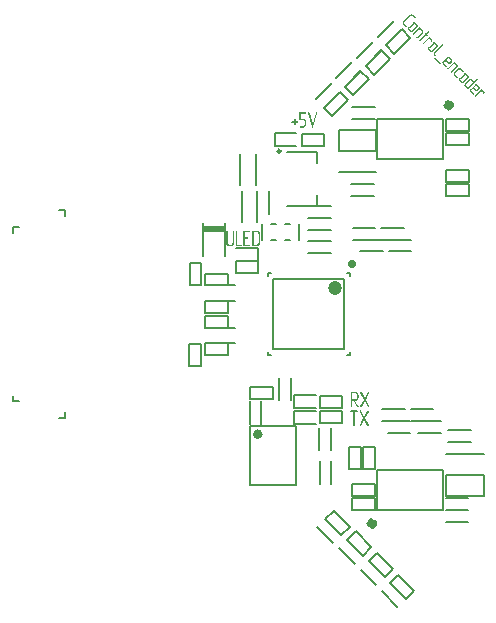
<source format=gto>
%FSLAX44Y44*%
%MOMM*%
G71*
G01*
G75*
%ADD10C,0.7000*%
%ADD11C,0.4000*%
%ADD12C,0.2500*%
%ADD13C,0.7000*%
%ADD14C,1.2000*%
%ADD15C,0.2000*%
G36*
X848693Y584397D02*
X848841Y584341D01*
X849008Y584230D01*
X849026D01*
X849045Y584193D01*
X849119Y584100D01*
X849174Y583952D01*
X849211Y583860D01*
Y583767D01*
Y583749D01*
X849193Y583675D01*
X849174Y583563D01*
X849119Y583452D01*
X846064Y577823D01*
X849119Y572176D01*
X849137Y572157D01*
X849174Y572083D01*
X849193Y571991D01*
X849211Y571880D01*
Y571861D01*
Y571842D01*
X849193Y571731D01*
X849119Y571583D01*
X849063Y571509D01*
X848989Y571417D01*
X848952Y571398D01*
X848859Y571343D01*
X848693Y571269D01*
X848508Y571250D01*
X848452D01*
X848378Y571269D01*
X848304Y571306D01*
X848211Y571343D01*
X848119Y571417D01*
X848026Y571528D01*
X847952Y571657D01*
X845341Y576675D01*
X842675Y571509D01*
Y571491D01*
X842638Y571472D01*
X842545Y571380D01*
X842471Y571324D01*
X842379Y571287D01*
X842268Y571269D01*
X842138Y571250D01*
X842101D01*
X841971Y571269D01*
X841823Y571324D01*
X841675Y571417D01*
X841638Y571454D01*
X841582Y571546D01*
X841527Y571694D01*
X841490Y571880D01*
Y571898D01*
X841508Y571972D01*
X841527Y572083D01*
X841564Y572194D01*
X844638Y577823D01*
X841564Y583452D01*
X841490Y583749D01*
Y583786D01*
X841508Y583878D01*
X841564Y584008D01*
X841656Y584175D01*
Y584193D01*
X841694Y584212D01*
X841786Y584304D01*
X841953Y584378D01*
X842045Y584397D01*
X842157Y584415D01*
X842212D01*
X842286Y584397D01*
X842360Y584360D01*
X842453Y584304D01*
X842564Y584230D01*
X842656Y584119D01*
X842730Y583971D01*
X845341Y578990D01*
X848008Y584119D01*
Y584137D01*
X848026Y584175D01*
X848119Y584267D01*
X848193Y584323D01*
X848286Y584378D01*
X848397Y584397D01*
X848526Y584415D01*
X848582D01*
X848693Y584397D01*
D02*
G37*
G36*
X837287Y584378D02*
X837398D01*
X837509Y584360D01*
X837787Y584286D01*
X838120Y584193D01*
X838472Y584026D01*
X838823Y583823D01*
X838990Y583675D01*
X839157Y583526D01*
X839175Y583508D01*
X839194Y583489D01*
X839305Y583378D01*
X839435Y583193D01*
X839601Y582952D01*
X839768Y582656D01*
X839916Y582304D01*
X840009Y581897D01*
X840027Y581693D01*
X840046Y581471D01*
Y579638D01*
Y579619D01*
Y579582D01*
Y579527D01*
X840027Y579434D01*
Y579342D01*
X840009Y579212D01*
X839934Y578934D01*
X839842Y578601D01*
X839675Y578268D01*
X839472Y577916D01*
X839323Y577749D01*
X839175Y577583D01*
X839157D01*
X839138Y577546D01*
X839083Y577509D01*
X839027Y577453D01*
X838842Y577305D01*
X838601Y577157D01*
X838287Y577009D01*
X837935Y576861D01*
X837527Y576768D01*
X837305Y576749D01*
X837083Y576731D01*
X837176D01*
X839971Y572157D01*
X839990Y572139D01*
X840009Y572083D01*
X840027Y571991D01*
X840046Y571861D01*
Y571842D01*
Y571824D01*
X840027Y571713D01*
X839953Y571565D01*
X839898Y571491D01*
X839823Y571398D01*
X839786Y571380D01*
X839694Y571324D01*
X839546Y571269D01*
X839361Y571250D01*
X839268D01*
X839157Y571269D01*
X839046Y571306D01*
X839027Y571324D01*
X838972Y571380D01*
X838898Y571454D01*
X838805Y571583D01*
X835805Y576731D01*
X834546D01*
Y571880D01*
Y571861D01*
Y571824D01*
X834528Y571713D01*
X834472Y571565D01*
X834361Y571417D01*
X834324Y571398D01*
X834231Y571343D01*
X834065Y571269D01*
X833880Y571250D01*
X833861D01*
X833787Y571269D01*
X833657Y571306D01*
X833472Y571361D01*
X833435Y571398D01*
X833361Y571491D01*
X833287Y571657D01*
X833269Y571768D01*
X833250Y571880D01*
Y583749D01*
Y583786D01*
X833269Y583860D01*
X833287Y583952D01*
X833324Y584082D01*
X833398Y584193D01*
X833509Y584304D01*
X833676Y584378D01*
X833880Y584397D01*
X837194D01*
X837287Y584378D01*
D02*
G37*
G36*
X848274Y568596D02*
X848422Y568541D01*
X848589Y568430D01*
X848608D01*
X848626Y568393D01*
X848700Y568300D01*
X848756Y568152D01*
X848793Y568059D01*
Y567967D01*
Y567948D01*
X848774Y567874D01*
X848756Y567763D01*
X848700Y567652D01*
X845645Y562023D01*
X848700Y556375D01*
X848719Y556357D01*
X848756Y556283D01*
X848774Y556190D01*
X848793Y556079D01*
Y556061D01*
Y556042D01*
X848774Y555931D01*
X848700Y555783D01*
X848645Y555709D01*
X848571Y555616D01*
X848533Y555598D01*
X848441Y555542D01*
X848274Y555468D01*
X848089Y555450D01*
X848034D01*
X847960Y555468D01*
X847886Y555505D01*
X847793Y555542D01*
X847700Y555616D01*
X847608Y555727D01*
X847534Y555857D01*
X844923Y560875D01*
X842256Y555709D01*
Y555690D01*
X842219Y555672D01*
X842127Y555579D01*
X842053Y555524D01*
X841960Y555487D01*
X841849Y555468D01*
X841719Y555450D01*
X841682D01*
X841553Y555468D01*
X841405Y555524D01*
X841256Y555616D01*
X841219Y555653D01*
X841164Y555746D01*
X841108Y555894D01*
X841071Y556079D01*
Y556098D01*
X841090Y556172D01*
X841108Y556283D01*
X841145Y556394D01*
X844219Y562023D01*
X841145Y567652D01*
X841071Y567948D01*
Y567985D01*
X841090Y568078D01*
X841145Y568208D01*
X841238Y568374D01*
Y568393D01*
X841275Y568411D01*
X841368Y568504D01*
X841534Y568578D01*
X841627Y568596D01*
X841738Y568615D01*
X841794D01*
X841868Y568596D01*
X841942Y568559D01*
X842034Y568504D01*
X842145Y568430D01*
X842238Y568319D01*
X842312Y568171D01*
X844923Y563190D01*
X847589Y568319D01*
Y568337D01*
X847608Y568374D01*
X847700Y568467D01*
X847774Y568522D01*
X847867Y568578D01*
X847978Y568596D01*
X848108Y568615D01*
X848163D01*
X848274Y568596D01*
D02*
G37*
G36*
X839090Y568578D02*
X839238Y568504D01*
X839331Y568467D01*
X839405Y568393D01*
X839423D01*
X839442Y568356D01*
X839516Y568263D01*
X839572Y568115D01*
X839609Y568041D01*
Y567948D01*
Y567930D01*
Y567911D01*
X839590Y567819D01*
X839535Y567671D01*
X839423Y567522D01*
X839386Y567485D01*
X839294Y567430D01*
X839146Y567356D01*
X839053Y567337D01*
X838942Y567319D01*
X836868D01*
Y556079D01*
Y556061D01*
Y556024D01*
X836850Y555913D01*
X836794Y555764D01*
X836683Y555616D01*
X836646Y555598D01*
X836553Y555542D01*
X836387Y555468D01*
X836201Y555450D01*
X836183D01*
X836109Y555468D01*
X835979Y555505D01*
X835794Y555561D01*
X835757Y555598D01*
X835683Y555690D01*
X835609Y555857D01*
X835590Y555968D01*
X835572Y556079D01*
Y567319D01*
X833406D01*
X833294Y567337D01*
X833146Y567393D01*
X832998Y567485D01*
Y567504D01*
X832980Y567522D01*
X832924Y567615D01*
X832850Y567763D01*
X832831Y567948D01*
Y567967D01*
X832850Y568059D01*
X832887Y568171D01*
X832980Y568337D01*
Y568356D01*
X833017Y568374D01*
X833091Y568467D01*
X833239Y568559D01*
X833350Y568578D01*
X833461Y568596D01*
X838979D01*
X839090Y568578D01*
D02*
G37*
G36*
X804435Y821224D02*
X804583Y821168D01*
X804749Y821057D01*
X804768D01*
X804786Y821020D01*
X804861Y820946D01*
X804916Y820798D01*
X804953Y820705D01*
Y820594D01*
X804935Y820446D01*
X801731Y808632D01*
Y808614D01*
X801694Y808558D01*
X801657Y808466D01*
X801602Y808373D01*
X801509Y808262D01*
X801398Y808188D01*
X801268Y808114D01*
X801102Y808095D01*
X801028D01*
X800954Y808132D01*
X800861Y808169D01*
X800750Y808225D01*
X800657Y808318D01*
X800565Y808447D01*
X800491Y808632D01*
X797287Y820446D01*
X797269Y820594D01*
Y820613D01*
Y820631D01*
X797287Y820742D01*
X797343Y820890D01*
X797454Y821039D01*
Y821057D01*
X797491Y821076D01*
X797583Y821150D01*
X797732Y821205D01*
X797824Y821242D01*
X797954D01*
X798028Y821224D01*
X798120Y821205D01*
X798232Y821131D01*
X798269Y821113D01*
X798324Y821057D01*
X798435Y820946D01*
X798472Y820872D01*
X798528Y820779D01*
X801120Y810743D01*
X803675Y820724D01*
Y820742D01*
Y820761D01*
X803712Y820853D01*
X803786Y820964D01*
X803879Y821076D01*
X803916Y821094D01*
X803990Y821150D01*
X804120Y821205D01*
X804286Y821242D01*
X804324D01*
X804435Y821224D01*
D02*
G37*
G36*
X786196Y815761D02*
X786344Y815706D01*
X786492Y815595D01*
X786510D01*
X786529Y815558D01*
X786603Y815483D01*
X786677Y815335D01*
X786714Y815243D01*
Y815132D01*
Y813484D01*
X788362D01*
X788473Y813465D01*
X788621Y813391D01*
X788714Y813354D01*
X788788Y813280D01*
X788807D01*
X788825Y813243D01*
X788899Y813150D01*
X788955Y813002D01*
X788992Y812928D01*
Y812836D01*
Y812817D01*
Y812799D01*
X788973Y812706D01*
X788918Y812558D01*
X788807Y812410D01*
X788770Y812373D01*
X788677Y812317D01*
X788529Y812243D01*
X788436Y812225D01*
X788325Y812206D01*
X786714D01*
Y810558D01*
Y810540D01*
Y810503D01*
X786696Y810391D01*
X786640Y810243D01*
X786529Y810095D01*
X786492Y810077D01*
X786399Y810021D01*
X786233Y809947D01*
X786048Y809929D01*
X786029D01*
X785955Y809947D01*
X785825Y809984D01*
X785640Y810058D01*
X785603Y810095D01*
X785529Y810188D01*
X785455Y810336D01*
X785437Y810447D01*
X785418Y810558D01*
Y812206D01*
X783715D01*
X783603Y812225D01*
X783455Y812280D01*
X783307Y812373D01*
Y812391D01*
X783289Y812410D01*
X783233Y812502D01*
X783159Y812651D01*
X783140Y812836D01*
Y812854D01*
X783159Y812947D01*
X783196Y813058D01*
X783289Y813224D01*
Y813243D01*
X783326Y813261D01*
X783400Y813354D01*
X783548Y813447D01*
X783659Y813465D01*
X783770Y813484D01*
X785418D01*
Y815132D01*
Y815150D01*
Y815169D01*
X785437Y815261D01*
X785492Y815409D01*
X785603Y815558D01*
Y815576D01*
X785640Y815595D01*
X785733Y815669D01*
X785863Y815743D01*
X785955Y815780D01*
X786085D01*
X786196Y815761D01*
D02*
G37*
G36*
X795306Y821224D02*
X795454Y821150D01*
X795528Y821113D01*
X795602Y821039D01*
X795621D01*
X795639Y821002D01*
X795713Y820909D01*
X795787Y820761D01*
X795824Y820687D01*
Y820594D01*
Y820576D01*
Y820557D01*
X795806Y820464D01*
X795750Y820316D01*
X795639Y820168D01*
X795602Y820131D01*
X795510Y820076D01*
X795361Y820002D01*
X795269Y819983D01*
X795158Y819965D01*
X791251D01*
Y815743D01*
X792991D01*
X793084Y815724D01*
X793195D01*
X793306Y815706D01*
X793584Y815632D01*
X793917Y815539D01*
X794269Y815372D01*
X794621Y815169D01*
X794788Y815021D01*
X794954Y814873D01*
X794973Y814854D01*
X794991Y814836D01*
X795084Y814724D01*
X795232Y814539D01*
X795398Y814298D01*
X795547Y814002D01*
X795695Y813650D01*
X795787Y813243D01*
X795824Y813039D01*
Y812817D01*
Y811003D01*
Y810984D01*
Y810947D01*
Y810891D01*
X795806Y810799D01*
Y810706D01*
X795787Y810577D01*
X795713Y810299D01*
X795621Y809984D01*
X795454Y809632D01*
X795250Y809280D01*
X795102Y809114D01*
X794954Y808947D01*
X794936D01*
X794917Y808910D01*
X794862Y808873D01*
X794806Y808818D01*
X794621Y808669D01*
X794380Y808521D01*
X794065Y808373D01*
X793714Y808225D01*
X793325Y808132D01*
X793102Y808114D01*
X792880Y808095D01*
X790529D01*
X790417Y808114D01*
X790269Y808169D01*
X790121Y808262D01*
Y808281D01*
X790103Y808299D01*
X790047Y808392D01*
X789973Y808540D01*
X789955Y808725D01*
Y808744D01*
X789973Y808836D01*
X790010Y808947D01*
X790103Y809114D01*
Y809132D01*
X790140Y809151D01*
X790214Y809243D01*
X790362Y809336D01*
X790473Y809354D01*
X790584Y809373D01*
X792991D01*
X793121Y809392D01*
X793288Y809429D01*
X793473Y809484D01*
X793658Y809577D01*
X793862Y809688D01*
X794047Y809836D01*
X794065Y809855D01*
X794121Y809929D01*
X794195Y810021D01*
X794287Y810169D01*
X794380Y810336D01*
X794454Y810540D01*
X794510Y810762D01*
X794528Y811003D01*
Y812836D01*
Y812873D01*
Y812947D01*
X794510Y813076D01*
X794473Y813224D01*
X794417Y813410D01*
X794324Y813595D01*
X794213Y813799D01*
X794047Y813984D01*
X794028Y814002D01*
X793954Y814058D01*
X793862Y814132D01*
X793714Y814224D01*
X793547Y814317D01*
X793343Y814391D01*
X793121Y814447D01*
X792880Y814465D01*
X790566D01*
X790492Y814484D01*
X790380Y814502D01*
X790269Y814539D01*
X790158Y814613D01*
X790047Y814724D01*
X789973Y814891D01*
X789955Y815095D01*
Y820594D01*
Y820631D01*
X789973Y820705D01*
X789992Y820798D01*
X790029Y820927D01*
X790103Y821039D01*
X790214Y821150D01*
X790380Y821224D01*
X790584Y821242D01*
X795195D01*
X795306Y821224D01*
D02*
G37*
G36*
X734163Y720831D02*
X734311Y720775D01*
X734460Y720664D01*
X734478D01*
X734497Y720627D01*
X734571Y720553D01*
X734645Y720405D01*
X734682Y720312D01*
Y720201D01*
Y710609D01*
Y710591D01*
Y710554D01*
Y710498D01*
X734663Y710406D01*
Y710313D01*
X734645Y710183D01*
X734571Y709906D01*
X734478Y709591D01*
X734311Y709239D01*
X734108Y708887D01*
X733960Y708721D01*
X733811Y708554D01*
X733793D01*
X733774Y708517D01*
X733719Y708480D01*
X733663Y708425D01*
X733478Y708276D01*
X733238Y708128D01*
X732923Y707980D01*
X732571Y707832D01*
X732163Y707739D01*
X731941Y707721D01*
X731719Y707702D01*
X730701D01*
X730627Y707721D01*
X730516D01*
X730404Y707739D01*
X730127Y707813D01*
X729812Y707906D01*
X729479Y708054D01*
X729127Y708258D01*
X728942Y708387D01*
X728775Y708536D01*
X728756Y708554D01*
X728738Y708573D01*
X728701Y708628D01*
X728645Y708684D01*
X728497Y708869D01*
X728331Y709110D01*
X728164Y709424D01*
X728034Y709776D01*
X727923Y710165D01*
X727905Y710387D01*
X727886Y710609D01*
Y720201D01*
Y720219D01*
Y720238D01*
X727905Y720331D01*
X727960Y720479D01*
X728071Y720627D01*
Y720645D01*
X728108Y720664D01*
X728201Y720738D01*
X728331Y720812D01*
X728423Y720849D01*
X728553D01*
X728664Y720831D01*
X728812Y720775D01*
X728960Y720664D01*
X728979D01*
X728997Y720627D01*
X729071Y720553D01*
X729145Y720405D01*
X729182Y720312D01*
Y720201D01*
Y710609D01*
Y710572D01*
Y710498D01*
X729201Y710369D01*
X729238Y710221D01*
X729293Y710035D01*
X729386Y709850D01*
X729497Y709647D01*
X729664Y709461D01*
X729682Y709443D01*
X729756Y709387D01*
X729849Y709313D01*
X729997Y709221D01*
X730164Y709128D01*
X730367Y709054D01*
X730571Y708998D01*
X730812Y708980D01*
X731830D01*
X731960Y708998D01*
X732108Y709035D01*
X732293Y709091D01*
X732497Y709184D01*
X732701Y709295D01*
X732886Y709443D01*
X732904Y709461D01*
X732960Y709536D01*
X733052Y709628D01*
X733145Y709758D01*
X733219Y709924D01*
X733311Y710128D01*
X733367Y710350D01*
X733386Y710609D01*
Y720201D01*
Y720219D01*
Y720238D01*
X733404Y720331D01*
X733460Y720479D01*
X733571Y720627D01*
Y720645D01*
X733608Y720664D01*
X733700Y720738D01*
X733830Y720812D01*
X733923Y720849D01*
X734052D01*
X734163Y720831D01*
D02*
G37*
G36*
X753902D02*
X754013D01*
X754124Y720812D01*
X754402Y720738D01*
X754735Y720645D01*
X755087Y720479D01*
X755439Y720275D01*
X755605Y720127D01*
X755772Y719979D01*
X755791Y719960D01*
X755809Y719942D01*
X755920Y719831D01*
X756050Y719645D01*
X756217Y719405D01*
X756383Y719109D01*
X756531Y718757D01*
X756624Y718349D01*
X756643Y718146D01*
X756661Y717924D01*
Y710609D01*
Y710591D01*
Y710554D01*
Y710498D01*
X756643Y710406D01*
Y710313D01*
X756624Y710183D01*
X756550Y709906D01*
X756457Y709591D01*
X756291Y709239D01*
X756087Y708887D01*
X755939Y708721D01*
X755791Y708554D01*
X755772D01*
X755754Y708517D01*
X755698Y708480D01*
X755643Y708425D01*
X755457Y708276D01*
X755217Y708128D01*
X754902Y707980D01*
X754550Y707832D01*
X754143Y707739D01*
X753921Y707721D01*
X753698Y707702D01*
X750476D01*
X750402Y707721D01*
X750291Y707739D01*
X750180Y707776D01*
X750069Y707850D01*
X749958Y707962D01*
X749884Y708128D01*
X749865Y708332D01*
Y720201D01*
Y720238D01*
X749884Y720312D01*
X749902Y720405D01*
X749939Y720534D01*
X750014Y720645D01*
X750125Y720757D01*
X750291Y720831D01*
X750495Y720849D01*
X753809D01*
X753902Y720831D01*
D02*
G37*
G36*
X747903D02*
X748051Y720757D01*
X748125Y720720D01*
X748199Y720645D01*
X748217D01*
X748236Y720608D01*
X748310Y720516D01*
X748365Y720368D01*
X748403Y720294D01*
Y720201D01*
Y720182D01*
Y720164D01*
X748384Y720071D01*
X748328Y719923D01*
X748236Y719775D01*
X748199Y719738D01*
X748106Y719683D01*
X747958Y719609D01*
X747866Y719590D01*
X747755Y719572D01*
X743848D01*
Y715350D01*
X745958D01*
X746069Y715331D01*
X746218Y715257D01*
X746292Y715220D01*
X746366Y715146D01*
X746384D01*
X746403Y715109D01*
X746477Y715016D01*
X746551Y714868D01*
X746588Y714794D01*
Y714702D01*
Y714683D01*
Y714665D01*
X746569Y714572D01*
X746514Y714424D01*
X746403Y714276D01*
X746366Y714239D01*
X746273Y714183D01*
X746125Y714109D01*
X746032Y714090D01*
X745921Y714072D01*
X743848D01*
Y708980D01*
X747792D01*
X747903Y708961D01*
X748051Y708887D01*
X748125Y708850D01*
X748199Y708776D01*
X748217D01*
X748236Y708739D01*
X748310Y708647D01*
X748365Y708499D01*
X748403Y708425D01*
Y708332D01*
Y708313D01*
Y708295D01*
X748384Y708202D01*
X748328Y708054D01*
X748236Y707906D01*
X748199Y707869D01*
X748106Y707813D01*
X747958Y707739D01*
X747866Y707721D01*
X747755Y707702D01*
X743162D01*
X743088Y707721D01*
X742977Y707739D01*
X742866Y707776D01*
X742755Y707850D01*
X742644Y707962D01*
X742570Y708128D01*
X742551Y708332D01*
Y720201D01*
Y720238D01*
X742570Y720312D01*
X742588Y720405D01*
X742625Y720534D01*
X742700Y720645D01*
X742811Y720757D01*
X742977Y720831D01*
X743181Y720849D01*
X747792D01*
X747903Y720831D01*
D02*
G37*
G36*
X736904D02*
X737052Y720775D01*
X737200Y720664D01*
X737218D01*
X737237Y720627D01*
X737311Y720553D01*
X737385Y720405D01*
X737422Y720312D01*
Y720201D01*
Y708980D01*
X740459D01*
X740570Y708961D01*
X740718Y708887D01*
X740792Y708850D01*
X740866Y708776D01*
X740885D01*
X740903Y708739D01*
X740977Y708647D01*
X741033Y708499D01*
X741070Y708425D01*
Y708332D01*
Y708313D01*
Y708295D01*
X741051Y708202D01*
X740996Y708054D01*
X740903Y707906D01*
X740866Y707869D01*
X740774Y707813D01*
X740626Y707739D01*
X740533Y707721D01*
X740422Y707702D01*
X736737D01*
X736663Y707721D01*
X736552Y707739D01*
X736441Y707776D01*
X736330Y707850D01*
X736219Y707962D01*
X736145Y708128D01*
X736126Y708332D01*
Y720201D01*
Y720219D01*
Y720238D01*
X736145Y720331D01*
X736200Y720479D01*
X736311Y720627D01*
Y720645D01*
X736348Y720664D01*
X736441Y720738D01*
X736571Y720812D01*
X736663Y720849D01*
X736793D01*
X736904Y720831D01*
D02*
G37*
G36*
X884854Y904020D02*
X884877D01*
X884936Y904008D01*
X885018Y904020D01*
X885219Y903984D01*
X885478Y903937D01*
X885784Y903843D01*
X886102Y903713D01*
X886421Y903513D01*
X886574Y903383D01*
X886727Y903254D01*
X888200Y901781D01*
X888259Y901699D01*
X888306Y901557D01*
X888341Y901475D01*
Y901380D01*
X888353Y901369D01*
X888341Y901333D01*
X888329Y901227D01*
X888270Y901098D01*
X888247Y901027D01*
X888188Y900968D01*
X888176Y900956D01*
X888164Y900944D01*
X888094Y900897D01*
X887964Y900838D01*
X887799Y900815D01*
X887752D01*
X887658Y900838D01*
X887516Y900885D01*
X887446Y900933D01*
X887363Y900992D01*
X885843Y902511D01*
X885749Y902582D01*
X885631Y902653D01*
X885478Y902735D01*
X885301Y902794D01*
X885101Y902853D01*
X884877Y902865D01*
X884854D01*
X884783D01*
X884665Y902841D01*
X884524Y902818D01*
X884359Y902771D01*
X884182Y902688D01*
X884005Y902582D01*
X883829Y902429D01*
X879174Y897775D01*
X879151Y897751D01*
X879104Y897704D01*
X879033Y897610D01*
X878951Y897480D01*
X878868Y897327D01*
X878809Y897151D01*
X878750Y896950D01*
X878739Y896726D01*
Y896703D01*
X878750Y896620D01*
X878762Y896514D01*
X878809Y896373D01*
X878856Y896208D01*
X878927Y896043D01*
X879033Y895866D01*
X879174Y895701D01*
X880647Y894229D01*
X880706Y894146D01*
X880753Y894005D01*
X880789Y893922D01*
Y893828D01*
X880800Y893816D01*
X880789Y893781D01*
X880777Y893675D01*
X880718Y893545D01*
X880694Y893475D01*
X880636Y893416D01*
X880624Y893404D01*
X880612Y893392D01*
X880541Y893345D01*
X880412Y893286D01*
X880247Y893262D01*
X880200D01*
X880105Y893286D01*
X879964Y893333D01*
X879893Y893380D01*
X879811Y893439D01*
X878291Y894959D01*
X878255Y895018D01*
X878185Y895089D01*
X878126Y895171D01*
X877996Y895395D01*
X877855Y895654D01*
X877725Y895972D01*
X877643Y896314D01*
X877607Y896514D01*
X877596Y896715D01*
Y896738D01*
Y896762D01*
X877607Y896821D01*
Y896891D01*
X877631Y897104D01*
X877678Y897363D01*
X877773Y897669D01*
X877914Y897975D01*
X878091Y898294D01*
X878220Y898447D01*
X878350Y898600D01*
X883004Y903254D01*
X883016Y903266D01*
X883039Y903289D01*
X883074Y903324D01*
X883145Y903372D01*
X883204Y903430D01*
X883287Y903489D01*
X883510Y903619D01*
X883781Y903772D01*
X884088Y903890D01*
X884441Y903984D01*
X884630Y904008D01*
X884830Y904020D01*
X884854D01*
D02*
G37*
G36*
X887186Y897374D02*
X887292Y897363D01*
X887434D01*
X887610Y897327D01*
X887823Y897257D01*
X888046Y897174D01*
X888270Y897045D01*
X888482Y896856D01*
X889743Y895595D01*
X889814Y895478D01*
X889920Y895324D01*
X890014Y895136D01*
X890108Y894924D01*
X890167Y894676D01*
X890179Y894405D01*
Y894382D01*
X890167Y894276D01*
X890155Y894146D01*
X890120Y893946D01*
X890061Y893746D01*
X889967Y893533D01*
X889837Y893310D01*
X889661Y893109D01*
X886173Y889622D01*
X886150Y889598D01*
X886091Y889539D01*
X885961Y889457D01*
X885820Y889363D01*
X885619Y889257D01*
X885419Y889174D01*
X885172Y889115D01*
X884889Y889092D01*
X884865D01*
X884759Y889103D01*
X884618Y889127D01*
X884453Y889174D01*
X884253Y889233D01*
X884041Y889327D01*
X883817Y889457D01*
X883605Y889645D01*
X882415Y890835D01*
X882356Y890918D01*
X882273Y891024D01*
X882167Y891177D01*
X882073Y891366D01*
X881979Y891578D01*
X881920Y891825D01*
X881896Y892084D01*
Y892108D01*
X881908Y892214D01*
X881920Y892344D01*
X881967Y892508D01*
X882026Y892709D01*
X882132Y892933D01*
X882262Y893157D01*
X882438Y893357D01*
X885926Y896844D01*
X885949Y896868D01*
X886020Y896915D01*
X886126Y896997D01*
X886267Y897092D01*
X886432Y897186D01*
X886656Y897268D01*
X886892Y897339D01*
X887163Y897374D01*
X887186D01*
D02*
G37*
G36*
X899463Y890282D02*
X899569Y890270D01*
X899699Y890235D01*
X899781Y890199D01*
X899864Y890117D01*
X899923Y890034D01*
X899982Y889905D01*
X900005Y889740D01*
X900017Y889728D01*
X900005Y889693D01*
Y889598D01*
X899958Y889457D01*
X899923Y889374D01*
X899852Y889304D01*
X897943Y887395D01*
X898721Y886617D01*
X898780Y886535D01*
X898827Y886394D01*
X898839Y886311D01*
Y886217D01*
X898851Y886205D01*
X898839Y886170D01*
X898827Y886064D01*
X898792Y885934D01*
X898756Y885852D01*
X898709Y885804D01*
X898698Y885793D01*
X898686Y885781D01*
X898615Y885734D01*
X898485Y885675D01*
X898320Y885651D01*
X898273D01*
X898179Y885675D01*
X898038Y885722D01*
X897967Y885769D01*
X897885Y885828D01*
X897130Y886582D01*
X892300Y881751D01*
X892288Y881740D01*
X892264Y881716D01*
X892182Y881657D01*
X892052Y881598D01*
X891887Y881575D01*
X891852Y881586D01*
X891758Y881610D01*
X891605Y881669D01*
X891475Y881775D01*
X891463Y881787D01*
X891428Y881846D01*
X891369Y881952D01*
X891286Y882105D01*
Y882152D01*
X891298Y882258D01*
X891357Y882411D01*
X891416Y882494D01*
X891475Y882576D01*
X896306Y887407D01*
X896105Y887607D01*
X896047Y887690D01*
X895988Y887819D01*
X895952Y887972D01*
X895964Y887984D01*
Y888008D01*
X895999Y888114D01*
X896047Y888255D01*
X896141Y888373D01*
X896152Y888385D01*
X896223Y888432D01*
X896318Y888479D01*
X896482Y888526D01*
X896494Y888538D01*
X896530Y888526D01*
X896636Y888538D01*
X896789Y888503D01*
X896871Y888444D01*
X896954Y888385D01*
X897119Y888220D01*
X899027Y890128D01*
X899039Y890140D01*
X899051Y890152D01*
X899122Y890199D01*
X899251Y890258D01*
X899416Y890282D01*
X899428Y890293D01*
X899463Y890282D01*
D02*
G37*
G36*
X891982Y893239D02*
X892135Y893180D01*
X892276Y893062D01*
X894409Y890930D01*
X894480Y890812D01*
X894585Y890659D01*
X894680Y890470D01*
X894774Y890258D01*
X894833Y890011D01*
X894845Y889740D01*
Y889716D01*
X894833Y889610D01*
X894821Y889480D01*
X894786Y889280D01*
X894727Y889080D01*
X894633Y888868D01*
X894503Y888644D01*
X894326Y888444D01*
X889967Y884084D01*
X889955Y884072D01*
X889932Y884049D01*
X889849Y883990D01*
X889719Y883931D01*
X889555Y883907D01*
X889519Y883919D01*
X889425Y883943D01*
X889272Y884002D01*
X889142Y884108D01*
X889130Y884120D01*
X889095Y884178D01*
X889036Y884285D01*
X888966Y884449D01*
Y884497D01*
X888977Y884603D01*
X889024Y884744D01*
X889083Y884827D01*
X889142Y884909D01*
X893502Y889268D01*
X893513Y889280D01*
X893537Y889304D01*
X893560Y889351D01*
X893608Y889398D01*
X893667Y889551D01*
X893690Y889645D01*
Y889740D01*
Y889763D01*
Y889787D01*
X893667Y889905D01*
X893608Y890058D01*
X893572Y890140D01*
X891887Y891825D01*
X887057Y886994D01*
X887045Y886983D01*
X887021Y886959D01*
X886939Y886900D01*
X886809Y886841D01*
X886644Y886818D01*
X886609Y886830D01*
X886515Y886853D01*
X886362Y886912D01*
X886232Y887018D01*
X886220Y887030D01*
X886185Y887089D01*
X886126Y887195D01*
X886055Y887360D01*
Y887407D01*
X886067Y887513D01*
X886114Y887654D01*
X886173Y887737D01*
X886232Y887819D01*
X891463Y893050D01*
X891487Y893074D01*
X891546Y893109D01*
X891616Y893157D01*
X891722Y893215D01*
X891840Y893239D01*
X891982D01*
D02*
G37*
G36*
X900147Y885074D02*
X900300Y885015D01*
X900441Y884897D01*
X901973Y883365D01*
X902044Y883271D01*
X902126Y883142D01*
X902220Y883000D01*
X902303Y882824D01*
X902374Y882635D01*
X902421Y882423D01*
Y882399D01*
X902432Y882317D01*
X902444Y882211D01*
Y882046D01*
X902421Y881881D01*
X902397Y881693D01*
X902338Y881469D01*
X902256Y881268D01*
X902150Y881139D01*
X902138Y881127D01*
X902126Y881115D01*
X902044Y881056D01*
X901914Y880997D01*
X901749Y880974D01*
X901737Y880985D01*
X901702Y880974D01*
X901596Y881009D01*
X901466Y881068D01*
X901325Y881162D01*
X901290Y881198D01*
X901266Y881245D01*
X901231Y881327D01*
X901195Y881410D01*
X901183Y881516D01*
Y881657D01*
X901207Y881798D01*
X901219Y881810D01*
Y881834D01*
X901266Y881928D01*
X901290Y882069D01*
X901278Y882246D01*
X901266Y882258D01*
Y882282D01*
X901231Y882388D01*
X901172Y882517D01*
X901077Y882635D01*
X900052Y883660D01*
X895222Y878829D01*
X895210Y878818D01*
X895186Y878794D01*
X895104Y878735D01*
X894974Y878676D01*
X894809Y878653D01*
X894774Y878664D01*
X894680Y878688D01*
X894527Y878747D01*
X894397Y878853D01*
X894385Y878865D01*
X894350Y878924D01*
X894291Y879030D01*
X894220Y879195D01*
Y879242D01*
X894232Y879348D01*
X894279Y879489D01*
X894338Y879572D01*
X894397Y879654D01*
X899628Y884885D01*
X899652Y884909D01*
X899711Y884944D01*
X899781Y884992D01*
X899887Y885050D01*
X900005Y885074D01*
X900147D01*
D02*
G37*
G36*
X904094Y880467D02*
X904200Y880455D01*
X904341D01*
X904518Y880420D01*
X904730Y880349D01*
X904954Y880267D01*
X905178Y880137D01*
X905390Y879949D01*
X906650Y878688D01*
X906721Y878570D01*
X906827Y878417D01*
X906921Y878229D01*
X907016Y878017D01*
X907075Y877769D01*
X907086Y877498D01*
Y877475D01*
X907075Y877368D01*
X907063Y877239D01*
X907027Y877039D01*
X906969Y876838D01*
X906874Y876626D01*
X906745Y876402D01*
X906568Y876202D01*
X903080Y872714D01*
X903057Y872691D01*
X902998Y872632D01*
X902868Y872550D01*
X902727Y872455D01*
X902527Y872349D01*
X902326Y872267D01*
X902079Y872208D01*
X901796Y872184D01*
X901773D01*
X901666Y872196D01*
X901525Y872220D01*
X901360Y872267D01*
X901160Y872326D01*
X900948Y872420D01*
X900724Y872550D01*
X900512Y872738D01*
X899322Y873928D01*
X899263Y874010D01*
X899181Y874117D01*
X899074Y874270D01*
X898980Y874458D01*
X898886Y874670D01*
X898827Y874918D01*
X898803Y875177D01*
Y875201D01*
X898815Y875307D01*
X898827Y875436D01*
X898874Y875601D01*
X898933Y875801D01*
X899039Y876025D01*
X899169Y876249D01*
X899345Y876450D01*
X902833Y879937D01*
X902857Y879960D01*
X902927Y880008D01*
X903033Y880090D01*
X903175Y880184D01*
X903340Y880279D01*
X903564Y880361D01*
X903799Y880432D01*
X904070Y880467D01*
X904094D01*
D02*
G37*
G36*
X911128Y878617D02*
X911234Y878606D01*
X911363Y878570D01*
X911446Y878535D01*
X911528Y878452D01*
X911587Y878370D01*
X911646Y878240D01*
X911670Y878075D01*
X911681Y878064D01*
X911670Y878028D01*
Y877934D01*
X911622Y877793D01*
X911587Y877710D01*
X911516Y877639D01*
X904836Y870959D01*
X904824Y870947D01*
X904801Y870924D01*
X904777Y870876D01*
X904730Y870829D01*
X904671Y870676D01*
X904636Y870594D01*
Y870499D01*
X904647Y870488D01*
X904636Y870452D01*
X904671Y870346D01*
X904718Y870205D01*
X904765Y870134D01*
X904824Y870052D01*
X905142Y869734D01*
X905201Y869651D01*
X905248Y869510D01*
X905272Y869416D01*
Y869321D01*
X905284Y869309D01*
X905272Y869274D01*
X905260Y869168D01*
X905213Y869050D01*
X905178Y868968D01*
X905130Y868921D01*
X905119Y868909D01*
X905107Y868897D01*
X905036Y868850D01*
X904907Y868791D01*
X904753Y868756D01*
X904706D01*
X904612Y868779D01*
X904471Y868826D01*
X904400Y868874D01*
X904317Y868932D01*
X903988Y869262D01*
X903941Y869333D01*
X903846Y869451D01*
X903752Y869592D01*
X903658Y869781D01*
X903575Y870005D01*
X903505Y870240D01*
X903493Y870511D01*
X903505Y870547D01*
Y870641D01*
X903528Y870782D01*
X903564Y870959D01*
X903622Y871159D01*
X903717Y871371D01*
X903835Y871583D01*
X904011Y871784D01*
X910692Y878464D01*
X910703Y878476D01*
X910715Y878488D01*
X910786Y878535D01*
X910916Y878594D01*
X911080Y878617D01*
X911092Y878629D01*
X911128Y878617D01*
D02*
G37*
G36*
X909631Y862935D02*
X908818Y862122D01*
X903929Y867012D01*
X904742Y867825D01*
X909631Y862935D01*
D02*
G37*
G36*
X916347Y868214D02*
X916453Y868202D01*
X916594D01*
X916771Y868167D01*
X916983Y868096D01*
X917207Y868014D01*
X917431Y867884D01*
X917643Y867695D01*
X918904Y866435D01*
X918974Y866317D01*
X919081Y866164D01*
X919175Y865975D01*
X919269Y865763D01*
X919328Y865516D01*
X919352Y865233D01*
Y865209D01*
X919340Y865103D01*
X919328Y864974D01*
X919281Y864785D01*
X919222Y864585D01*
X919128Y864373D01*
X918998Y864149D01*
X918821Y863949D01*
X917077Y862205D01*
X917066Y862193D01*
X917007Y862158D01*
X916924Y862099D01*
X916818Y862064D01*
X916701Y862040D01*
X916547Y862052D01*
X916394Y862111D01*
X916241Y862240D01*
X913767Y864715D01*
X912424Y863371D01*
X912412Y863360D01*
X912388Y863336D01*
X912365Y863289D01*
X912318Y863242D01*
X912259Y863089D01*
X912223Y863006D01*
Y862912D01*
X912235Y862900D01*
X912223Y862865D01*
X912259Y862759D01*
X912306Y862617D01*
X912353Y862547D01*
X912412Y862464D01*
X914474Y860402D01*
X914533Y860320D01*
X914580Y860178D01*
X914603Y860108D01*
Y860013D01*
X914615Y860002D01*
X914603Y859966D01*
X914592Y859860D01*
X914544Y859719D01*
X914521Y859648D01*
X914462Y859589D01*
X914450Y859577D01*
X914438Y859566D01*
X914368Y859519D01*
X914238Y859460D01*
X914073Y859436D01*
X914026D01*
X913932Y859460D01*
X913790Y859507D01*
X913720Y859554D01*
X913637Y859613D01*
X911575Y861675D01*
X911516Y861757D01*
X911434Y861863D01*
X911328Y862016D01*
X911234Y862205D01*
X911139Y862417D01*
X911080Y862664D01*
X911057Y862924D01*
Y862947D01*
X911069Y863053D01*
X911080Y863183D01*
X911128Y863348D01*
X911187Y863548D01*
X911292Y863772D01*
X911422Y863996D01*
X911599Y864196D01*
X915086Y867684D01*
X915110Y867707D01*
X915181Y867754D01*
X915287Y867837D01*
X915428Y867931D01*
X915593Y868025D01*
X915817Y868108D01*
X916052Y868178D01*
X916323Y868214D01*
X916347D01*
D02*
G37*
G36*
X925678Y858882D02*
X925785Y858870D01*
X925926D01*
X926103Y858835D01*
X926315Y858764D01*
X926539Y858682D01*
X926762Y858552D01*
X926974Y858364D01*
X929036Y856302D01*
X929095Y856220D01*
X929142Y856078D01*
X929178Y855996D01*
Y855901D01*
X929190Y855890D01*
X929178Y855854D01*
X929166Y855748D01*
X929107Y855619D01*
X929083Y855548D01*
X929025Y855489D01*
X929013Y855477D01*
X929001Y855465D01*
X928930Y855418D01*
X928801Y855359D01*
X928636Y855336D01*
X928589D01*
X928494Y855359D01*
X928353Y855407D01*
X928282Y855454D01*
X928200Y855513D01*
X926126Y857586D01*
X926079Y857610D01*
X926044Y857645D01*
X925891Y857704D01*
X925796Y857728D01*
X925702D01*
X925655D01*
X925549Y857692D01*
X925407Y857645D01*
X925325Y857586D01*
X925242Y857527D01*
X921755Y854040D01*
X921743Y854028D01*
X921720Y854005D01*
X921696Y853957D01*
X921649Y853910D01*
X921590Y853757D01*
X921555Y853675D01*
Y853580D01*
X921566Y853569D01*
X921555Y853533D01*
X921590Y853427D01*
X921637Y853286D01*
X921684Y853215D01*
X921743Y853133D01*
X923805Y851071D01*
X923864Y850988D01*
X923911Y850847D01*
X923947Y850764D01*
Y850670D01*
X923958Y850658D01*
X923947Y850623D01*
X923935Y850517D01*
X923876Y850387D01*
X923852Y850317D01*
X923793Y850258D01*
X923782Y850246D01*
X923770Y850234D01*
X923699Y850187D01*
X923569Y850128D01*
X923404Y850105D01*
X923357D01*
X923263Y850128D01*
X923122Y850175D01*
X923051Y850222D01*
X922969Y850281D01*
X920907Y852343D01*
X920848Y852426D01*
X920765Y852532D01*
X920659Y852685D01*
X920565Y852874D01*
X920471Y853085D01*
X920412Y853333D01*
X920388Y853592D01*
Y853616D01*
X920400Y853722D01*
X920412Y853851D01*
X920459Y854016D01*
X920518Y854217D01*
X920624Y854441D01*
X920754Y854664D01*
X920930Y854865D01*
X924418Y858352D01*
X924441Y858376D01*
X924512Y858423D01*
X924618Y858505D01*
X924760Y858600D01*
X924924Y858694D01*
X925148Y858776D01*
X925384Y858847D01*
X925655Y858882D01*
X925678D01*
D02*
G37*
G36*
X921142Y864078D02*
X921295Y864019D01*
X921437Y863902D01*
X923569Y861769D01*
X923640Y861651D01*
X923746Y861498D01*
X923840Y861310D01*
X923935Y861097D01*
X923994Y860850D01*
X924005Y860579D01*
Y860555D01*
X923994Y860449D01*
X923982Y860320D01*
X923947Y860119D01*
X923888Y859919D01*
X923793Y859707D01*
X923664Y859483D01*
X923487Y859283D01*
X919128Y854923D01*
X919116Y854912D01*
X919092Y854888D01*
X919010Y854829D01*
X918880Y854770D01*
X918715Y854747D01*
X918680Y854759D01*
X918586Y854782D01*
X918432Y854841D01*
X918303Y854947D01*
X918291Y854959D01*
X918256Y855018D01*
X918197Y855124D01*
X918126Y855289D01*
Y855336D01*
X918138Y855442D01*
X918185Y855583D01*
X918244Y855666D01*
X918303Y855748D01*
X922662Y860108D01*
X922674Y860119D01*
X922698Y860143D01*
X922721Y860190D01*
X922768Y860237D01*
X922827Y860390D01*
X922851Y860485D01*
Y860579D01*
Y860602D01*
Y860626D01*
X922827Y860744D01*
X922768Y860897D01*
X922733Y860980D01*
X921048Y862664D01*
X916217Y857834D01*
X916206Y857822D01*
X916182Y857798D01*
X916100Y857739D01*
X915970Y857681D01*
X915805Y857657D01*
X915770Y857669D01*
X915676Y857692D01*
X915522Y857751D01*
X915393Y857857D01*
X915381Y857869D01*
X915346Y857928D01*
X915287Y858034D01*
X915216Y858199D01*
Y858246D01*
X915228Y858352D01*
X915275Y858493D01*
X915334Y858576D01*
X915393Y858659D01*
X920624Y863890D01*
X920648Y863913D01*
X920706Y863949D01*
X920777Y863996D01*
X920883Y864055D01*
X921001Y864078D01*
X921142D01*
D02*
G37*
G36*
X930344Y854217D02*
X930450Y854205D01*
X930592D01*
X930768Y854169D01*
X930980Y854099D01*
X931204Y854016D01*
X931428Y853887D01*
X931640Y853698D01*
X932901Y852438D01*
X932972Y852320D01*
X933078Y852167D01*
X933172Y851978D01*
X933266Y851766D01*
X933325Y851518D01*
X933337Y851247D01*
Y851224D01*
X933325Y851118D01*
X933313Y850988D01*
X933278Y850788D01*
X933219Y850588D01*
X933125Y850376D01*
X932995Y850152D01*
X932818Y849951D01*
X929331Y846464D01*
X929307Y846440D01*
X929248Y846382D01*
X929119Y846299D01*
X928977Y846205D01*
X928777Y846099D01*
X928577Y846016D01*
X928329Y845957D01*
X928047Y845934D01*
X928023D01*
X927917Y845946D01*
X927776Y845969D01*
X927611Y846016D01*
X927410Y846075D01*
X927198Y846170D01*
X926974Y846299D01*
X926762Y846488D01*
X925572Y847678D01*
X925514Y847760D01*
X925431Y847866D01*
X925325Y848019D01*
X925231Y848208D01*
X925136Y848420D01*
X925078Y848667D01*
X925054Y848926D01*
Y848950D01*
X925066Y849056D01*
X925078Y849186D01*
X925125Y849351D01*
X925184Y849551D01*
X925290Y849775D01*
X925419Y849999D01*
X925596Y850199D01*
X929083Y853686D01*
X929107Y853710D01*
X929178Y853757D01*
X929284Y853840D01*
X929425Y853934D01*
X929590Y854028D01*
X929814Y854111D01*
X930050Y854181D01*
X930321Y854217D01*
X930344D01*
D02*
G37*
G36*
X935045Y849563D02*
X935151Y849551D01*
X935293Y849527D01*
X935469Y849492D01*
X935670Y849433D01*
X935882Y849339D01*
X936106Y849209D01*
X936318Y849021D01*
X937944Y847395D01*
X939852Y849304D01*
X939864Y849315D01*
X939876Y849327D01*
X939947Y849374D01*
X940076Y849433D01*
X940241Y849457D01*
X940253Y849468D01*
X940288Y849457D01*
X940394Y849445D01*
X940524Y849409D01*
X940606Y849374D01*
X940689Y849292D01*
X940748Y849209D01*
X940807Y849080D01*
X940830Y848915D01*
X940842Y848903D01*
X940830Y848867D01*
Y848773D01*
X940783Y848632D01*
X940748Y848549D01*
X940677Y848479D01*
X933125Y840926D01*
X933113Y840915D01*
X933054Y840879D01*
X932972Y840820D01*
X932877Y840773D01*
X932748Y840761D01*
X932606D01*
X932453Y840820D01*
X932300Y840950D01*
X930250Y843000D01*
X930191Y843083D01*
X930108Y843189D01*
X930003Y843342D01*
X929908Y843530D01*
X929814Y843742D01*
X929755Y843990D01*
X929720Y844261D01*
Y844284D01*
X929732Y844390D01*
X929755Y844532D01*
X929802Y844697D01*
X929861Y844897D01*
X929955Y845109D01*
X930085Y845333D01*
X930262Y845533D01*
X933749Y849021D01*
X933761Y849033D01*
X933773Y849044D01*
X933855Y849103D01*
X933961Y849186D01*
X934114Y849292D01*
X934303Y849386D01*
X934515Y849480D01*
X934762Y849539D01*
X935022Y849563D01*
X935045D01*
D02*
G37*
G36*
X939676Y844885D02*
X939782Y844873D01*
X939923D01*
X940100Y844838D01*
X940312Y844767D01*
X940536Y844685D01*
X940760Y844555D01*
X940972Y844367D01*
X942232Y843106D01*
X942303Y842988D01*
X942409Y842835D01*
X942503Y842647D01*
X942598Y842434D01*
X942656Y842187D01*
X942680Y841904D01*
Y841881D01*
X942668Y841775D01*
X942656Y841645D01*
X942609Y841457D01*
X942550Y841256D01*
X942456Y841044D01*
X942327Y840820D01*
X942150Y840620D01*
X940406Y838876D01*
X940394Y838865D01*
X940335Y838829D01*
X940253Y838770D01*
X940147Y838735D01*
X940029Y838711D01*
X939876Y838723D01*
X939723Y838782D01*
X939569Y838912D01*
X937095Y841386D01*
X935752Y840043D01*
X935740Y840031D01*
X935717Y840007D01*
X935693Y839960D01*
X935646Y839913D01*
X935587Y839760D01*
X935552Y839678D01*
Y839583D01*
X935564Y839572D01*
X935552Y839536D01*
X935587Y839430D01*
X935634Y839289D01*
X935682Y839218D01*
X935740Y839136D01*
X937802Y837074D01*
X937861Y836991D01*
X937908Y836850D01*
X937932Y836779D01*
Y836685D01*
X937944Y836673D01*
X937932Y836638D01*
X937920Y836532D01*
X937873Y836390D01*
X937849Y836320D01*
X937791Y836261D01*
X937779Y836249D01*
X937767Y836237D01*
X937696Y836190D01*
X937567Y836131D01*
X937402Y836107D01*
X937355D01*
X937260Y836131D01*
X937119Y836178D01*
X937048Y836225D01*
X936966Y836284D01*
X934904Y838346D01*
X934845Y838429D01*
X934762Y838535D01*
X934656Y838688D01*
X934562Y838876D01*
X934468Y839088D01*
X934409Y839336D01*
X934385Y839595D01*
Y839619D01*
X934397Y839725D01*
X934409Y839854D01*
X934456Y840019D01*
X934515Y840219D01*
X934621Y840443D01*
X934751Y840667D01*
X934927Y840867D01*
X938415Y844355D01*
X938438Y844379D01*
X938509Y844426D01*
X938615Y844508D01*
X938757Y844602D01*
X938922Y844697D01*
X939145Y844779D01*
X939381Y844850D01*
X939652Y844885D01*
X939676D01*
D02*
G37*
G36*
X944471Y840750D02*
X944624Y840691D01*
X944765Y840573D01*
X946297Y839041D01*
X946368Y838947D01*
X946450Y838817D01*
X946544Y838676D01*
X946627Y838499D01*
X946698Y838311D01*
X946745Y838099D01*
Y838075D01*
X946757Y837993D01*
X946768Y837887D01*
Y837722D01*
X946745Y837557D01*
X946721Y837368D01*
X946662Y837144D01*
X946580Y836944D01*
X946474Y836814D01*
X946462Y836803D01*
X946450Y836791D01*
X946368Y836732D01*
X946238Y836673D01*
X946073Y836649D01*
X946061Y836661D01*
X946026Y836649D01*
X945920Y836685D01*
X945790Y836744D01*
X945649Y836838D01*
X945614Y836873D01*
X945590Y836920D01*
X945555Y837003D01*
X945519Y837085D01*
X945508Y837191D01*
Y837333D01*
X945531Y837474D01*
X945543Y837486D01*
Y837510D01*
X945590Y837604D01*
X945614Y837745D01*
X945602Y837922D01*
X945590Y837934D01*
Y837957D01*
X945555Y838063D01*
X945496Y838193D01*
X945402Y838311D01*
X944377Y839336D01*
X939546Y834505D01*
X939534Y834493D01*
X939511Y834470D01*
X939428Y834411D01*
X939299Y834352D01*
X939134Y834328D01*
X939098Y834340D01*
X939004Y834364D01*
X938851Y834423D01*
X938721Y834529D01*
X938709Y834540D01*
X938674Y834599D01*
X938615Y834706D01*
X938544Y834870D01*
Y834918D01*
X938556Y835024D01*
X938603Y835165D01*
X938662Y835247D01*
X938721Y835330D01*
X943952Y840561D01*
X943976Y840585D01*
X944035Y840620D01*
X944106Y840667D01*
X944212Y840726D01*
X944330Y840750D01*
X944471D01*
D02*
G37*
%LPC*%
G36*
X837083Y583119D02*
X834546D01*
Y578008D01*
X837194D01*
X837324Y578027D01*
X837472Y578064D01*
X837657Y578120D01*
X837861Y578212D01*
X838064Y578323D01*
X838250Y578471D01*
X838268Y578490D01*
X838324Y578564D01*
X838416Y578657D01*
X838509Y578786D01*
X838583Y578953D01*
X838675Y579157D01*
X838731Y579379D01*
X838749Y579638D01*
Y581471D01*
Y581508D01*
Y581582D01*
X838731Y581712D01*
X838694Y581860D01*
X838620Y582045D01*
X838546Y582230D01*
X838416Y582434D01*
X838250Y582619D01*
X838231Y582638D01*
X838157Y582693D01*
X838064Y582786D01*
X837916Y582878D01*
X837749Y582952D01*
X837546Y583045D01*
X837324Y583101D01*
X837083Y583119D01*
D02*
G37*
G36*
X753698Y719572D02*
X751161D01*
Y708980D01*
X753809D01*
X753939Y708998D01*
X754087Y709035D01*
X754272Y709091D01*
X754476Y709184D01*
X754680Y709295D01*
X754865Y709443D01*
X754883Y709461D01*
X754939Y709536D01*
X755032Y709628D01*
X755124Y709758D01*
X755198Y709924D01*
X755291Y710128D01*
X755346Y710350D01*
X755365Y710609D01*
Y717924D01*
Y717961D01*
Y718035D01*
X755346Y718164D01*
X755309Y718312D01*
X755235Y718497D01*
X755161Y718683D01*
X755032Y718886D01*
X754865Y719072D01*
X754846Y719090D01*
X754772Y719146D01*
X754680Y719238D01*
X754532Y719331D01*
X754365Y719405D01*
X754161Y719497D01*
X753939Y719553D01*
X753698Y719572D01*
D02*
G37*
G36*
X887163Y896220D02*
X887057Y896184D01*
X886915Y896137D01*
X886833Y896078D01*
X886750Y896020D01*
X883263Y892532D01*
X883251Y892520D01*
X883228Y892497D01*
X883204Y892449D01*
X883157Y892402D01*
X883098Y892249D01*
X883063Y892167D01*
Y892073D01*
X883074Y892061D01*
X883063Y892025D01*
X883098Y891919D01*
X883145Y891778D01*
X883192Y891707D01*
X883251Y891625D01*
X884453Y890423D01*
X884500Y890399D01*
X884547Y890352D01*
X884700Y890293D01*
X884783Y890258D01*
X884877D01*
X884901D01*
X884924D01*
X885042Y890282D01*
X885183Y890329D01*
X885278Y890376D01*
X885348Y890447D01*
X888836Y893934D01*
X888848Y893946D01*
X888871Y893969D01*
X888895Y894017D01*
X888942Y894064D01*
X889001Y894217D01*
X889013Y894299D01*
X889024Y894405D01*
Y894429D01*
Y894453D01*
X889001Y894570D01*
X888942Y894724D01*
X888907Y894806D01*
X887634Y896078D01*
X887587Y896102D01*
X887552Y896137D01*
X887398Y896196D01*
X887304Y896220D01*
X887210D01*
X887163D01*
D02*
G37*
G36*
X904070Y879313D02*
X903964Y879277D01*
X903823Y879230D01*
X903740Y879171D01*
X903658Y879112D01*
X900170Y875625D01*
X900158Y875613D01*
X900135Y875589D01*
X900111Y875542D01*
X900064Y875495D01*
X900005Y875342D01*
X899970Y875259D01*
Y875165D01*
X899982Y875153D01*
X899970Y875118D01*
X900005Y875012D01*
X900052Y874871D01*
X900099Y874800D01*
X900158Y874717D01*
X901360Y873516D01*
X901407Y873492D01*
X901454Y873445D01*
X901608Y873386D01*
X901690Y873351D01*
X901784D01*
X901808D01*
X901832D01*
X901949Y873374D01*
X902091Y873421D01*
X902185Y873469D01*
X902256Y873539D01*
X905743Y877027D01*
X905755Y877039D01*
X905779Y877062D01*
X905802Y877109D01*
X905849Y877156D01*
X905908Y877309D01*
X905920Y877392D01*
X905932Y877498D01*
Y877522D01*
Y877545D01*
X905908Y877663D01*
X905849Y877816D01*
X905814Y877899D01*
X904541Y879171D01*
X904494Y879195D01*
X904459Y879230D01*
X904306Y879289D01*
X904212Y879313D01*
X904117D01*
X904070D01*
D02*
G37*
G36*
X916323Y867059D02*
X916217Y867024D01*
X916076Y866977D01*
X915994Y866918D01*
X915911Y866859D01*
X914580Y865527D01*
X916665Y863442D01*
X917997Y864773D01*
X918008Y864785D01*
X918032Y864809D01*
X918055Y864856D01*
X918103Y864903D01*
X918161Y865056D01*
X918173Y865139D01*
X918185Y865245D01*
Y865268D01*
Y865292D01*
X918161Y865410D01*
X918103Y865563D01*
X918067Y865645D01*
X916795Y866918D01*
X916748Y866941D01*
X916712Y866977D01*
X916559Y867036D01*
X916465Y867059D01*
X916371D01*
X916323D01*
D02*
G37*
G36*
X930321Y853062D02*
X930215Y853027D01*
X930073Y852980D01*
X929991Y852921D01*
X929908Y852862D01*
X926421Y849374D01*
X926409Y849362D01*
X926385Y849339D01*
X926362Y849292D01*
X926315Y849245D01*
X926256Y849091D01*
X926220Y849009D01*
Y848915D01*
X926232Y848903D01*
X926220Y848867D01*
X926256Y848762D01*
X926303Y848620D01*
X926350Y848549D01*
X926409Y848467D01*
X927611Y847265D01*
X927658Y847242D01*
X927705Y847195D01*
X927858Y847136D01*
X927941Y847100D01*
X928035D01*
X928058D01*
X928082D01*
X928200Y847124D01*
X928341Y847171D01*
X928436Y847218D01*
X928506Y847289D01*
X931994Y850776D01*
X932005Y850788D01*
X932029Y850812D01*
X932053Y850859D01*
X932100Y850906D01*
X932159Y851059D01*
X932170Y851142D01*
X932182Y851247D01*
Y851271D01*
Y851295D01*
X932159Y851413D01*
X932100Y851566D01*
X932064Y851648D01*
X930792Y852921D01*
X930745Y852944D01*
X930709Y852980D01*
X930556Y853038D01*
X930462Y853062D01*
X930368D01*
X930321D01*
D02*
G37*
G36*
X934986Y848396D02*
X934880Y848361D01*
X934727Y848302D01*
X934656Y848255D01*
X934574Y848196D01*
X931086Y844708D01*
X931075Y844697D01*
X931051Y844673D01*
X931028Y844626D01*
X930980Y844579D01*
X930921Y844426D01*
X930886Y844343D01*
Y844249D01*
X930898Y844237D01*
X930886Y844202D01*
X930921Y844096D01*
X930969Y843954D01*
X931028Y843872D01*
X931086Y843790D01*
X932712Y842163D01*
X937131Y846582D01*
X935469Y848243D01*
X935422Y848267D01*
X935387Y848302D01*
X935222Y848373D01*
X935139Y848384D01*
X935033Y848396D01*
X935022Y848384D01*
X934986Y848396D01*
D02*
G37*
G36*
X939652Y843730D02*
X939546Y843695D01*
X939405Y843648D01*
X939322Y843589D01*
X939240Y843530D01*
X937908Y842199D01*
X939994Y840114D01*
X941325Y841445D01*
X941337Y841457D01*
X941360Y841480D01*
X941384Y841527D01*
X941431Y841574D01*
X941490Y841728D01*
X941502Y841810D01*
X941514Y841916D01*
Y841940D01*
Y841963D01*
X941490Y842081D01*
X941431Y842234D01*
X941396Y842317D01*
X940123Y843589D01*
X940076Y843613D01*
X940041Y843648D01*
X939888Y843707D01*
X939793Y843730D01*
X939699D01*
X939652D01*
D02*
G37*
%LPD*%
D10*
X852630Y472939D02*
G03*
X852630Y472939I-1250J0D01*
G01*
X917630Y827061D02*
G03*
X917630Y827061I-1250J0D01*
G01*
D11*
X756750Y548500D02*
G03*
X756750Y548500I-2000J0D01*
G01*
D12*
X774000Y788250D02*
G03*
X774000Y788250I-1250J0D01*
G01*
D13*
X834500Y692500D02*
D03*
D14*
X820000Y672250D02*
D03*
D15*
X773000Y577500D02*
Y596500D01*
X782998Y577502D02*
Y596502D01*
X748250Y578500D02*
X767250D01*
Y588500D01*
X748250Y578500D02*
Y588500D01*
X767250D01*
X834750Y484250D02*
X853750D01*
Y494250D01*
X834750Y484250D02*
Y494250D01*
X853750D01*
X823100Y788360D02*
X854850D01*
X823100Y806140D02*
X854850D01*
Y788360D02*
Y806140D01*
X823100Y788360D02*
Y806140D01*
X708750Y699750D02*
Y727750D01*
X726750Y699750D02*
X726750Y727750D01*
X709000Y724250D02*
X726250D01*
X709000Y722500D02*
X726250D01*
X709500Y720750D02*
X726750D01*
X855877Y484196D02*
Y518189D01*
X911880D01*
X855877Y484196D02*
X855883Y484189D01*
X911880D01*
Y518189D01*
X860000Y569750D02*
X879000D01*
X860002Y559752D02*
X879002D01*
X832000Y518750D02*
Y537750D01*
Y518750D02*
X842000D01*
X832000Y537750D02*
X842000D01*
Y518750D02*
Y537750D01*
X844000D02*
X844000Y518750D01*
X854000Y518750D01*
X844000Y537750D02*
X854000D01*
Y518750D02*
Y537750D01*
X834750Y506250D02*
X853750D01*
X834750Y496250D02*
Y506250D01*
X853750Y496250D02*
Y506250D01*
X834750Y496250D02*
X853750D01*
X914017Y474265D02*
X933017D01*
X914015Y484264D02*
X933015D01*
X890750Y549750D02*
X909750D01*
X890748Y559748D02*
X909748Y559748D01*
X884250Y559750D02*
X903250D01*
X884248Y569748D02*
X903248D01*
X916000Y542000D02*
X935000Y542000D01*
X915998Y551998D02*
X934998D01*
X916000Y532000D02*
X935000Y532000D01*
X915998Y541998D02*
X934998D01*
X864750Y559750D02*
X883750Y559750D01*
X864752Y549752D02*
X883752D01*
X914125Y531890D02*
X945875Y531890D01*
X914125Y514110D02*
X945875Y514110D01*
X914150Y514140D02*
X945900Y514140D01*
X914150Y496360D02*
X945900Y496360D01*
X914150Y496360D02*
Y514140D01*
X945900Y496360D02*
Y514140D01*
X914017Y484265D02*
X933017D01*
X914015Y494264D02*
X933015Y494264D01*
X748000Y505250D02*
X748000Y555250D01*
Y555250D02*
X787000Y555250D01*
X787000Y505250D02*
X787000Y555250D01*
X748000Y505250D02*
X787000Y505250D01*
X834004Y760503D02*
X853004Y760503D01*
X834002Y770501D02*
X853002D01*
X855880Y781811D02*
Y815811D01*
X911877Y815811D01*
X911883Y815804D01*
X855880Y781811D02*
X911883Y781811D01*
Y815804D01*
X914250Y793500D02*
X933250D01*
Y803500D01*
X914250Y793500D02*
Y803500D01*
X933250D01*
X834750Y815750D02*
X853750D01*
X834752Y805752D02*
X853752Y805752D01*
X834687Y825804D02*
X853687Y825804D01*
X834689Y815805D02*
X853689Y815805D01*
X914250Y762250D02*
X933250Y762250D01*
Y772250D01*
X914250Y762250D02*
Y772250D01*
X933250Y772250D01*
X914250Y805500D02*
X933250D01*
Y815500D01*
X914250Y805500D02*
Y815500D01*
X933250D01*
X914250Y750500D02*
X933250Y750500D01*
Y760500D01*
X914250Y750500D02*
Y760500D01*
X933250Y760500D01*
X833000Y685250D02*
X833000Y682250D01*
X830000Y685250D02*
X833000Y685250D01*
X830000Y615250D02*
X833000Y615250D01*
X833000Y618250D02*
X833000Y615250D01*
X763000D02*
X763000Y618250D01*
X763000Y615250D02*
X766000Y615250D01*
X763000Y685250D02*
X763000Y682250D01*
X763000Y685250D02*
X766000Y685250D01*
X828000Y620250D02*
Y680250D01*
X768000Y620250D02*
Y680250D01*
Y620250D02*
X828000D01*
X768000Y680250D02*
X828000D01*
X807000Y581000D02*
X826000D01*
X807000Y571000D02*
Y581000D01*
X826000Y571000D02*
Y581000D01*
X807000Y571000D02*
X826000D01*
X785500Y568501D02*
X785500Y557502D01*
X785500Y568501D02*
X804000D01*
X785500Y557502D02*
X804000D01*
X859248Y723248D02*
X878248Y723248D01*
X859250Y713250D02*
X878250D01*
X779250Y787750D02*
X805250D01*
Y778250D02*
Y787750D01*
X779250Y741750D02*
X805250D01*
Y751250D01*
X823125Y788390D02*
X854875D01*
X823125Y770610D02*
X854875D01*
X710249Y674499D02*
X729249Y674499D01*
Y684499D01*
X710249Y674499D02*
Y684499D01*
X729249Y684499D01*
X834004Y750503D02*
X853004D01*
X834002Y760501D02*
X853002D01*
X817818Y817997D02*
X831253Y831432D01*
X824182Y838503D02*
X831253Y831432D01*
X810747Y825068D02*
X817818Y817997D01*
X810747Y825068D02*
X824182Y838503D01*
X835318Y835747D02*
X848753Y849182D01*
X841682Y856253D02*
X848753Y849182D01*
X828247Y842818D02*
X835318Y835747D01*
X828247Y842818D02*
X841682Y856253D01*
X803747Y832065D02*
X817182Y845500D01*
X810818Y824997D02*
X824253Y838432D01*
X870318Y870747D02*
X883753Y884182D01*
X876682Y891253D02*
X883753Y884182D01*
X863247Y877818D02*
X870318Y870747D01*
X863247Y877818D02*
X876682Y891253D01*
X710250Y638500D02*
X729250Y638500D01*
Y648500D01*
X710250Y638500D02*
Y648500D01*
X729250Y648500D01*
X853068Y852997D02*
X866503Y866432D01*
X859432Y873503D02*
X866503Y866432D01*
X845997Y860068D02*
X853068Y852997D01*
X845997Y860068D02*
X859432Y873503D01*
X709749Y674499D02*
X735749D01*
X709749Y661499D02*
X735749D01*
X754500Y728500D02*
Y754500D01*
X741500Y728500D02*
Y754500D01*
X838997Y867065D02*
X852432Y880500D01*
X846068Y859997D02*
X859503Y873432D01*
X856247Y884815D02*
X869682Y898250D01*
X863318Y877747D02*
X876753Y891182D01*
X811997Y476682D02*
X825432Y463247D01*
X832503Y470318D01*
X811997Y476682D02*
X819068Y483753D01*
X832503Y470318D01*
X830497Y459182D02*
X843932Y445747D01*
X851003Y452818D01*
X830497Y459182D02*
X837568Y466253D01*
X851003Y452818D01*
X848747Y440932D02*
X862182Y427497D01*
X869253Y434568D01*
X848747Y440932D02*
X855818Y448003D01*
X869253Y434568D01*
X769000Y792252D02*
Y803251D01*
X787500Y803251D01*
X769000Y792252D02*
X787500D01*
X785500Y570502D02*
Y581501D01*
X804000Y581501D01*
X785500Y570502D02*
X804000D01*
X754999Y705998D02*
X755000Y694999D01*
X736500D02*
X755000D01*
X736500Y705998D02*
X754999D01*
X758001Y713150D02*
Y726350D01*
X789999Y713150D02*
Y726350D01*
X766000Y713250D02*
X770000D01*
X766000Y726250D02*
X770000Y726250D01*
X778000D02*
X782000Y726250D01*
X778000Y713250D02*
X782000D01*
X547500Y576250D02*
X552500D01*
X547500D02*
Y581250D01*
X591500Y562000D02*
Y567000D01*
X586500Y562000D02*
X591500D01*
X547500Y723750D02*
X552500D01*
X547500Y718750D02*
Y723750D01*
X591500Y733000D02*
Y738000D01*
X586500D02*
X591500D01*
X821247Y849815D02*
X834682Y863250D01*
X828318Y842747D02*
X841753Y856182D01*
X835002Y713252D02*
X854002Y713252D01*
X835000Y723250D02*
X854000Y723250D01*
X841502Y703252D02*
X860502D01*
X841500Y713250D02*
X860500Y713250D01*
X865748Y713248D02*
X884748D01*
X865750Y703250D02*
X884750Y703250D01*
X709750Y638500D02*
X735750D01*
X709750Y625500D02*
X735750D01*
X811815Y476753D02*
X825250Y463318D01*
X804746Y469682D02*
X818182Y456247D01*
X830315Y459253D02*
X843750Y445818D01*
X823247Y452182D02*
X836682Y438747D01*
X848815Y441003D02*
X862250Y427568D01*
X841747Y433932D02*
X855182Y420497D01*
X866565Y422753D02*
X880000Y409318D01*
X859497Y415682D02*
X872932Y402247D01*
X807000Y568000D02*
X826000D01*
X807000Y558000D02*
Y568000D01*
X826000Y558000D02*
Y568000D01*
X807000Y558000D02*
X826000D01*
X707000Y674500D02*
Y693500D01*
X697000D02*
X707000D01*
X697000Y674500D02*
X707000D01*
X697000D02*
Y693500D01*
X696750Y606250D02*
Y625250D01*
Y606250D02*
X706750D01*
X696750Y625250D02*
X706750D01*
Y606250D02*
Y625250D01*
X736250Y695000D02*
X755250D01*
X736250Y685000D02*
Y695000D01*
X755250Y685000D02*
Y695000D01*
X736250Y685000D02*
X755250Y685000D01*
X797504Y721753D02*
X816504D01*
X797502Y731751D02*
X816502D01*
X816998Y525752D02*
X816998Y506752D01*
X807000Y506750D02*
X807000Y525750D01*
X806843Y534773D02*
Y553773D01*
X816841Y534775D02*
X816841Y553775D01*
X757748Y557502D02*
X757748Y576502D01*
X747750Y576500D02*
X747750Y557500D01*
X753000Y759750D02*
Y785750D01*
X740000Y759750D02*
Y785750D01*
X764498Y735252D02*
Y754252D01*
X754500Y735250D02*
Y754250D01*
X797499Y741749D02*
X816499D01*
X797501Y731751D02*
X816501D01*
X797498Y711748D02*
X816498D01*
X797500Y701750D02*
X816500Y701750D01*
X866747Y422432D02*
X880182Y408997D01*
X887253Y416068D01*
X866747Y422432D02*
X873818Y429503D01*
X887253Y416068D01*
X710249Y651499D02*
X729249D01*
Y661499D01*
X710249Y651499D02*
Y661499D01*
X729249D01*
X710250Y615500D02*
X729250D01*
Y625500D01*
X710250Y615500D02*
Y625500D01*
X729250D01*
X792000Y802750D02*
X811000D01*
X792000Y792750D02*
Y802750D01*
X811000Y792750D02*
Y802750D01*
X792000Y792750D02*
X811000D01*
M02*

</source>
